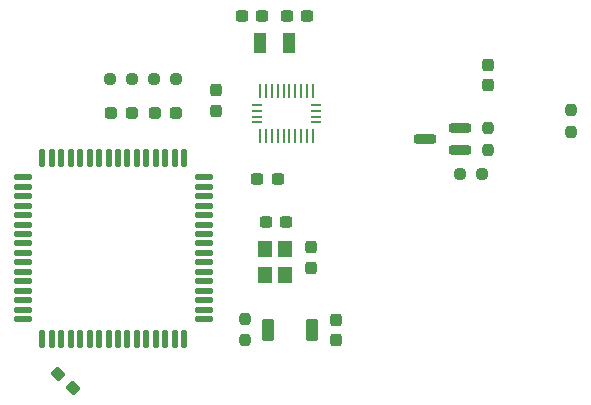
<source format=gtp>
%TF.GenerationSoftware,KiCad,Pcbnew,9.0.6*%
%TF.CreationDate,2026-02-04T04:17:41+01:00*%
%TF.ProjectId,lidar,6c696461-722e-46b6-9963-61645f706362,rev?*%
%TF.SameCoordinates,Original*%
%TF.FileFunction,Paste,Top*%
%TF.FilePolarity,Positive*%
%FSLAX46Y46*%
G04 Gerber Fmt 4.6, Leading zero omitted, Abs format (unit mm)*
G04 Created by KiCad (PCBNEW 9.0.6) date 2026-02-04 04:17:41*
%MOMM*%
%LPD*%
G01*
G04 APERTURE LIST*
G04 Aperture macros list*
%AMRoundRect*
0 Rectangle with rounded corners*
0 $1 Rounding radius*
0 $2 $3 $4 $5 $6 $7 $8 $9 X,Y pos of 4 corners*
0 Add a 4 corners polygon primitive as box body*
4,1,4,$2,$3,$4,$5,$6,$7,$8,$9,$2,$3,0*
0 Add four circle primitives for the rounded corners*
1,1,$1+$1,$2,$3*
1,1,$1+$1,$4,$5*
1,1,$1+$1,$6,$7*
1,1,$1+$1,$8,$9*
0 Add four rect primitives between the rounded corners*
20,1,$1+$1,$2,$3,$4,$5,0*
20,1,$1+$1,$4,$5,$6,$7,0*
20,1,$1+$1,$6,$7,$8,$9,0*
20,1,$1+$1,$8,$9,$2,$3,0*%
G04 Aperture macros list end*
%ADD10R,0.254000X1.175000*%
%ADD11R,0.950000X0.254000*%
%ADD12RoundRect,0.237500X0.300000X0.237500X-0.300000X0.237500X-0.300000X-0.237500X0.300000X-0.237500X0*%
%ADD13R,1.000000X1.800000*%
%ADD14RoundRect,0.237500X-0.250000X-0.237500X0.250000X-0.237500X0.250000X0.237500X-0.250000X0.237500X0*%
%ADD15RoundRect,0.237500X-0.237500X0.300000X-0.237500X-0.300000X0.237500X-0.300000X0.237500X0.300000X0*%
%ADD16RoundRect,0.137500X0.137500X-0.600000X0.137500X0.600000X-0.137500X0.600000X-0.137500X-0.600000X0*%
%ADD17RoundRect,0.137500X0.600000X-0.137500X0.600000X0.137500X-0.600000X0.137500X-0.600000X-0.137500X0*%
%ADD18RoundRect,0.237500X0.237500X-0.250000X0.237500X0.250000X-0.237500X0.250000X-0.237500X-0.250000X0*%
%ADD19RoundRect,0.237500X0.237500X-0.300000X0.237500X0.300000X-0.237500X0.300000X-0.237500X-0.300000X0*%
%ADD20RoundRect,0.200000X0.750000X0.200000X-0.750000X0.200000X-0.750000X-0.200000X0.750000X-0.200000X0*%
%ADD21RoundRect,0.237500X-0.300000X-0.237500X0.300000X-0.237500X0.300000X0.237500X-0.300000X0.237500X0*%
%ADD22RoundRect,0.237500X0.380070X-0.044194X-0.044194X0.380070X-0.380070X0.044194X0.044194X-0.380070X0*%
%ADD23RoundRect,0.237500X-0.287500X-0.237500X0.287500X-0.237500X0.287500X0.237500X-0.287500X0.237500X0*%
%ADD24RoundRect,0.180000X-0.420000X0.520000X-0.420000X-0.520000X0.420000X-0.520000X0.420000X0.520000X0*%
%ADD25RoundRect,0.237500X-0.237500X0.250000X-0.237500X-0.250000X0.237500X-0.250000X0.237500X0.250000X0*%
%ADD26RoundRect,0.237500X0.250000X0.237500X-0.250000X0.237500X-0.250000X-0.237500X0.250000X-0.237500X0*%
%ADD27RoundRect,0.165000X0.385000X0.735000X-0.385000X0.735000X-0.385000X-0.735000X0.385000X-0.735000X0*%
G04 APERTURE END LIST*
D10*
%TO.C,U2*%
X147750000Y-98087500D03*
D11*
X147475000Y-99250000D03*
X147475000Y-99750000D03*
X147475000Y-100250000D03*
X147475000Y-100750000D03*
D10*
X147750000Y-101912500D03*
X148250000Y-101912500D03*
X148750000Y-101912500D03*
X149250000Y-101912500D03*
X149750000Y-101912500D03*
X150250000Y-101912500D03*
X150750000Y-101912500D03*
X151250000Y-101912500D03*
X151750000Y-101912500D03*
X152250000Y-101912500D03*
D11*
X152525000Y-100750000D03*
X152525000Y-100250000D03*
X152525000Y-99750000D03*
X152525000Y-99250000D03*
D10*
X152250000Y-98087500D03*
X151750000Y-98087500D03*
X151250000Y-98087500D03*
X150750000Y-98087500D03*
X150250000Y-98087500D03*
X149750000Y-98087500D03*
X149250000Y-98087500D03*
X148750000Y-98087500D03*
X148250000Y-98087500D03*
%TD*%
D12*
%TO.C,C9*%
X151762500Y-91700000D03*
X150037500Y-91700000D03*
%TD*%
D13*
%TO.C,Y2*%
X147750000Y-94000000D03*
X150250000Y-94000000D03*
%TD*%
D14*
%TO.C,R3*%
X135075000Y-97037500D03*
X136900000Y-97037500D03*
%TD*%
D15*
%TO.C,C8*%
X144000000Y-98025000D03*
X144000000Y-99750000D03*
%TD*%
D16*
%TO.C,U1*%
X129337500Y-119062500D03*
X130137500Y-119062500D03*
X130937500Y-119062500D03*
X131737500Y-119062500D03*
X132537500Y-119062500D03*
X133337500Y-119062500D03*
X134137500Y-119062500D03*
X134937500Y-119062500D03*
X135737500Y-119062500D03*
X136537500Y-119062500D03*
X137337500Y-119062500D03*
X138137500Y-119062500D03*
X138937500Y-119062500D03*
X139737500Y-119062500D03*
X140537500Y-119062500D03*
X141337500Y-119062500D03*
D17*
X143000000Y-117400000D03*
X143000000Y-116600000D03*
X143000000Y-115800000D03*
X143000000Y-115000000D03*
X143000000Y-114200000D03*
X143000000Y-113400000D03*
X143000000Y-112600000D03*
X143000000Y-111800000D03*
X143000000Y-111000000D03*
X143000000Y-110200000D03*
X143000000Y-109400000D03*
X143000000Y-108600000D03*
X143000000Y-107800000D03*
X143000000Y-107000000D03*
X143000000Y-106200000D03*
X143000000Y-105400000D03*
D16*
X141337500Y-103737500D03*
X140537500Y-103737500D03*
X139737500Y-103737500D03*
X138937500Y-103737500D03*
X138137500Y-103737500D03*
X137337500Y-103737500D03*
X136537500Y-103737500D03*
X135737500Y-103737500D03*
X134937500Y-103737500D03*
X134137500Y-103737500D03*
X133337500Y-103737500D03*
X132537500Y-103737500D03*
X131737500Y-103737500D03*
X130937500Y-103737500D03*
X130137500Y-103737500D03*
X129337500Y-103737500D03*
D17*
X127675000Y-105400000D03*
X127675000Y-106200000D03*
X127675000Y-107000000D03*
X127675000Y-107800000D03*
X127675000Y-108600000D03*
X127675000Y-109400000D03*
X127675000Y-110200000D03*
X127675000Y-111000000D03*
X127675000Y-111800000D03*
X127675000Y-112600000D03*
X127675000Y-113400000D03*
X127675000Y-114200000D03*
X127675000Y-115000000D03*
X127675000Y-115800000D03*
X127675000Y-116600000D03*
X127675000Y-117400000D03*
%TD*%
D18*
%TO.C,R4*%
X167100000Y-103048750D03*
X167100000Y-101223750D03*
%TD*%
D19*
%TO.C,C3*%
X152087500Y-113050000D03*
X152087500Y-111325000D03*
%TD*%
D20*
%TO.C,Q1*%
X164700000Y-103086250D03*
X164700000Y-101186250D03*
X161700000Y-102136250D03*
%TD*%
D21*
%TO.C,C10*%
X146237500Y-91700000D03*
X147962500Y-91700000D03*
%TD*%
D22*
%TO.C,C4*%
X131909880Y-123239880D03*
X130690120Y-122020120D03*
%TD*%
D23*
%TO.C,D2*%
X135162500Y-99937500D03*
X136912500Y-99937500D03*
%TD*%
D18*
%TO.C,R6*%
X174100000Y-101518750D03*
X174100000Y-99693750D03*
%TD*%
D24*
%TO.C,Y1*%
X148187500Y-111487500D03*
X148187500Y-113687500D03*
X149887500Y-113687500D03*
X149887500Y-111487500D03*
%TD*%
D15*
%TO.C,C1*%
X154162500Y-117437500D03*
X154162500Y-119162500D03*
%TD*%
%TO.C,C6*%
X167100000Y-95885000D03*
X167100000Y-97610000D03*
%TD*%
D14*
%TO.C,R2*%
X138825000Y-97037500D03*
X140650000Y-97037500D03*
%TD*%
D25*
%TO.C,R1*%
X146462500Y-117387500D03*
X146462500Y-119212500D03*
%TD*%
D21*
%TO.C,C2*%
X148252500Y-109197500D03*
X149977500Y-109197500D03*
%TD*%
D12*
%TO.C,C7*%
X149252500Y-105500000D03*
X147527500Y-105500000D03*
%TD*%
D26*
%TO.C,R5*%
X166525000Y-105098750D03*
X164700000Y-105098750D03*
%TD*%
D27*
%TO.C,SW1*%
X152150000Y-118300000D03*
X148450000Y-118300000D03*
%TD*%
D23*
%TO.C,D1*%
X138862500Y-99937500D03*
X140612500Y-99937500D03*
%TD*%
M02*

</source>
